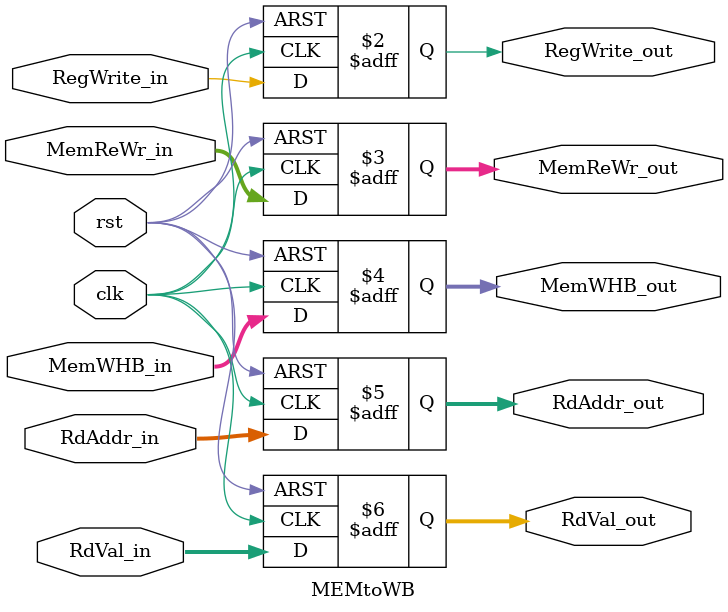
<source format=sv>
module MEMtoWB(clk ,rst ,RdAddr_in ,RegWrite_in ,MemReWr_in ,MemWHB_in ,RdVal_in ,
                        RdAddr_out ,RegWrite_out ,MemReWr_out ,MemWHB_out ,  RdVal_out);

input clk, rst, RegWrite_in;
input [1:0] MemReWr_in;
input [2:0] MemWHB_in;
input [4:0] RdAddr_in;
input [31:0] RdVal_in;

output logic RegWrite_out;
output logic [1:0] MemReWr_out;
output logic [2:0] MemWHB_out;
output logic [4:0] RdAddr_out;
output logic [31:0] RdVal_out;

always_ff @(posedge clk, posedge rst)begin
  if(rst)begin
    RdAddr_out<=   5'b0;
    RegWrite_out<= 1'b0;
    MemReWr_out<=  2'b0;
    MemWHB_out<=   3'b0;
    RdVal_out<=    32'b0;	 
  end
  else begin
    RdAddr_out<=   RdAddr_in;
    RegWrite_out<= RegWrite_in;
    MemReWr_out<=  MemReWr_in;
    MemWHB_out<=   MemWHB_in;
    RdVal_out<=    RdVal_in;
  end
end
endmodule

</source>
